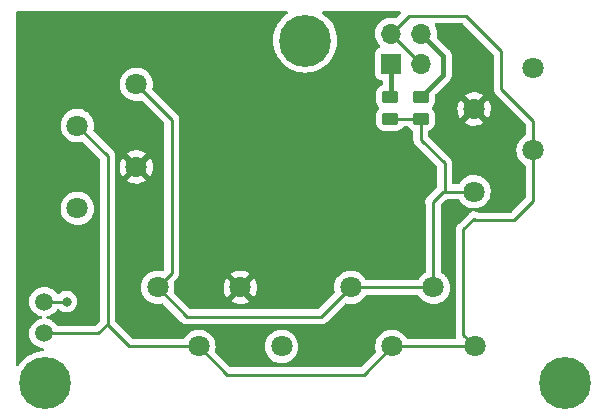
<source format=gbr>
%TF.GenerationSoftware,KiCad,Pcbnew,(6.0.8-1)-1*%
%TF.CreationDate,2022-12-26T11:19:24-06:00*%
%TF.ProjectId,CAN Distribution Board With Power v2,43414e20-4469-4737-9472-69627574696f,rev?*%
%TF.SameCoordinates,Original*%
%TF.FileFunction,Copper,L1,Top*%
%TF.FilePolarity,Positive*%
%FSLAX46Y46*%
G04 Gerber Fmt 4.6, Leading zero omitted, Abs format (unit mm)*
G04 Created by KiCad (PCBNEW (6.0.8-1)-1) date 2022-12-26 11:19:24*
%MOMM*%
%LPD*%
G01*
G04 APERTURE LIST*
G04 Aperture macros list*
%AMRoundRect*
0 Rectangle with rounded corners*
0 $1 Rounding radius*
0 $2 $3 $4 $5 $6 $7 $8 $9 X,Y pos of 4 corners*
0 Add a 4 corners polygon primitive as box body*
4,1,4,$2,$3,$4,$5,$6,$7,$8,$9,$2,$3,0*
0 Add four circle primitives for the rounded corners*
1,1,$1+$1,$2,$3*
1,1,$1+$1,$4,$5*
1,1,$1+$1,$6,$7*
1,1,$1+$1,$8,$9*
0 Add four rect primitives between the rounded corners*
20,1,$1+$1,$2,$3,$4,$5,0*
20,1,$1+$1,$4,$5,$6,$7,0*
20,1,$1+$1,$6,$7,$8,$9,0*
20,1,$1+$1,$8,$9,$2,$3,0*%
G04 Aperture macros list end*
%TA.AperFunction,SMDPad,CuDef*%
%ADD10RoundRect,0.250000X0.450000X-0.262500X0.450000X0.262500X-0.450000X0.262500X-0.450000X-0.262500X0*%
%TD*%
%TA.AperFunction,ComponentPad*%
%ADD11C,1.800000*%
%TD*%
%TA.AperFunction,SMDPad,CuDef*%
%ADD12C,1.500000*%
%TD*%
%TA.AperFunction,ComponentPad*%
%ADD13C,4.400000*%
%TD*%
%TA.AperFunction,ComponentPad*%
%ADD14R,1.700000X1.700000*%
%TD*%
%TA.AperFunction,ComponentPad*%
%ADD15O,1.700000X1.700000*%
%TD*%
%TA.AperFunction,ViaPad*%
%ADD16C,0.800000*%
%TD*%
%TA.AperFunction,Conductor*%
%ADD17C,0.400000*%
%TD*%
%TA.AperFunction,Conductor*%
%ADD18C,0.250000*%
%TD*%
G04 APERTURE END LIST*
D10*
%TO.P,R1,1*%
%TO.N,/CAN_H*%
X126200000Y-94712500D03*
%TO.P,R1,2*%
%TO.N,Net-(J1-Pad1)*%
X126200000Y-92887500D03*
%TD*%
D11*
%TO.P,X3,1,A*%
%TO.N,/CAN_H*%
X122850000Y-109005000D03*
%TO.P,X3,2,B*%
%TO.N,/CAN_L*%
X126350000Y-114005000D03*
%TO.P,X3,3,C*%
%TO.N,/CAN_H*%
X129850000Y-109005000D03*
%TO.P,X3,4,D*%
%TO.N,/CAN_L*%
X133350000Y-114005000D03*
%TD*%
%TO.P,X2,1,A*%
%TO.N,/CAN_H*%
X106500000Y-109005000D03*
%TO.P,X2,2,B*%
%TO.N,/CAN_L*%
X110000000Y-114005000D03*
%TO.P,X2,3,C*%
%TO.N,+BATT*%
X113500000Y-109005000D03*
%TO.P,X2,4,D*%
%TO.N,GND*%
X117000000Y-114005000D03*
%TD*%
%TO.P,X1,1,A*%
%TO.N,/CAN_H*%
X104700000Y-91800000D03*
%TO.P,X1,2,B*%
%TO.N,/CAN_L*%
X99700000Y-95300000D03*
%TO.P,X1,3,C*%
%TO.N,+BATT*%
X104700000Y-98800000D03*
%TO.P,X1,4,D*%
%TO.N,GND*%
X99700000Y-102300000D03*
%TD*%
%TO.P,X4,1,A*%
%TO.N,/CAN_H*%
X133300000Y-100900000D03*
%TO.P,X4,2,B*%
%TO.N,/CAN_L*%
X138300000Y-97400000D03*
%TO.P,X4,3,C*%
%TO.N,+BATT*%
X133300000Y-93900000D03*
%TO.P,X4,4,D*%
%TO.N,GND*%
X138300000Y-90400000D03*
%TD*%
D12*
%TO.P,TP1,1,1*%
%TO.N,/CAN_H*%
X96900000Y-110200000D03*
%TD*%
D13*
%TO.P,H2,1,1*%
%TO.N,unconnected-(H2-Pad1)*%
X141000000Y-117100000D03*
%TD*%
D14*
%TO.P,J1,1,Pin_1*%
%TO.N,Net-(J1-Pad1)*%
X126260000Y-90062500D03*
D15*
%TO.P,J1,2,Pin_2*%
%TO.N,/CAN_L*%
X126260000Y-87522500D03*
%TO.P,J1,3,Pin_3*%
X128800000Y-90062500D03*
%TO.P,J1,4,Pin_4*%
%TO.N,Net-(J1-Pad4)*%
X128800000Y-87522500D03*
%TD*%
D13*
%TO.P,H1,1,1*%
%TO.N,unconnected-(H1-Pad1)*%
X119000000Y-88100000D03*
%TD*%
D10*
%TO.P,R2,1*%
%TO.N,/CAN_H*%
X128800000Y-94712500D03*
%TO.P,R2,2*%
%TO.N,Net-(J1-Pad4)*%
X128800000Y-92887500D03*
%TD*%
D13*
%TO.P,H3,1,1*%
%TO.N,unconnected-(H3-Pad1)*%
X97000000Y-117100000D03*
%TD*%
D12*
%TO.P,TP2,1,1*%
%TO.N,/CAN_L*%
X96900000Y-112900000D03*
%TD*%
D16*
%TO.N,/CAN_H*%
X98800000Y-110200000D03*
%TD*%
D17*
%TO.N,Net-(J1-Pad1)*%
X126260000Y-92827500D02*
X126260000Y-90062500D01*
D18*
X126200000Y-92887500D02*
X126260000Y-92827500D01*
%TO.N,/CAN_L*%
X135600000Y-92200000D02*
X138300000Y-94900000D01*
X127782500Y-86000000D02*
X132600000Y-86000000D01*
X138300000Y-94900000D02*
X138300000Y-97400000D01*
X126350000Y-114005000D02*
X133350000Y-114005000D01*
X102300000Y-97900000D02*
X102300000Y-112100000D01*
X135600000Y-89000000D02*
X135600000Y-92200000D01*
X102300000Y-112200000D02*
X104105000Y-114005000D01*
X132400000Y-104100000D02*
X132400000Y-113055000D01*
X101500000Y-112900000D02*
X102300000Y-112100000D01*
X138300000Y-101700000D02*
X136700000Y-103300000D01*
X136700000Y-103300000D02*
X133400000Y-103300000D01*
X123955000Y-116400000D02*
X126350000Y-114005000D01*
X133300000Y-103200000D02*
X132400000Y-104100000D01*
X104105000Y-114005000D02*
X110000000Y-114005000D01*
X99700000Y-95300000D02*
X102300000Y-97900000D01*
X110000000Y-114005000D02*
X112395000Y-116400000D01*
X102300000Y-112100000D02*
X102300000Y-112200000D01*
X126260000Y-87522500D02*
X128800000Y-90062500D01*
X133400000Y-103300000D02*
X133300000Y-103200000D01*
X96900000Y-112900000D02*
X101500000Y-112900000D01*
X132600000Y-86000000D02*
X135600000Y-89000000D01*
X112395000Y-116400000D02*
X123955000Y-116400000D01*
X126260000Y-87522500D02*
X127782500Y-86000000D01*
X138300000Y-97400000D02*
X138300000Y-101700000D01*
X132400000Y-113055000D02*
X133350000Y-114005000D01*
D17*
%TO.N,Net-(J1-Pad4)*%
X130700000Y-89422500D02*
X128800000Y-87522500D01*
X128800000Y-92887500D02*
X130700000Y-90987500D01*
X130700000Y-90987500D02*
X130700000Y-89422500D01*
D18*
%TO.N,/CAN_H*%
X130800000Y-100900000D02*
X130700000Y-100900000D01*
X129850000Y-101850000D02*
X129850000Y-109005000D01*
X133300000Y-100900000D02*
X130800000Y-100900000D01*
X122850000Y-109005000D02*
X129850000Y-109005000D01*
X130700000Y-100900000D02*
X129800000Y-101800000D01*
X106500000Y-109005000D02*
X107700000Y-107805000D01*
X108995000Y-111500000D02*
X120355000Y-111500000D01*
X107700000Y-107805000D02*
X107700000Y-94800000D01*
X128800000Y-94712500D02*
X128800000Y-96500000D01*
X126200000Y-94712500D02*
X128800000Y-94712500D01*
X96900000Y-110200000D02*
X98800000Y-110200000D01*
X130800000Y-98500000D02*
X130800000Y-100900000D01*
X128800000Y-96500000D02*
X130800000Y-98500000D01*
X120355000Y-111500000D02*
X122850000Y-109005000D01*
X107700000Y-94800000D02*
X104700000Y-91800000D01*
X106500000Y-109005000D02*
X108995000Y-111500000D01*
X129800000Y-101800000D02*
X129850000Y-101850000D01*
%TD*%
%TA.AperFunction,Conductor*%
%TO.N,+BATT*%
G36*
X117500316Y-85628502D02*
G01*
X117546809Y-85682158D01*
X117556913Y-85752432D01*
X117527419Y-85817012D01*
X117496618Y-85842785D01*
X117478074Y-85853817D01*
X117478068Y-85853821D01*
X117474814Y-85855757D01*
X117216244Y-86055243D01*
X116983513Y-86284347D01*
X116981149Y-86287314D01*
X116981146Y-86287317D01*
X116913576Y-86372112D01*
X116779991Y-86539751D01*
X116608626Y-86817757D01*
X116582701Y-86873992D01*
X116483942Y-87088220D01*
X116471902Y-87114336D01*
X116470741Y-87117940D01*
X116470741Y-87117941D01*
X116462196Y-87144477D01*
X116371797Y-87425192D01*
X116371079Y-87428903D01*
X116371078Y-87428907D01*
X116310482Y-87742105D01*
X116310481Y-87742114D01*
X116309763Y-87745824D01*
X116286698Y-88071585D01*
X116286887Y-88075377D01*
X116299443Y-88327588D01*
X116302936Y-88397759D01*
X116303577Y-88401490D01*
X116303578Y-88401498D01*
X116356797Y-88711213D01*
X116358241Y-88719619D01*
X116359329Y-88723258D01*
X116359330Y-88723261D01*
X116449615Y-89025150D01*
X116451814Y-89032504D01*
X116453327Y-89035975D01*
X116453329Y-89035981D01*
X116487997Y-89115522D01*
X116582297Y-89331881D01*
X116584220Y-89335152D01*
X116584222Y-89335156D01*
X116626584Y-89407215D01*
X116747802Y-89613414D01*
X116750103Y-89616429D01*
X116943631Y-89870012D01*
X116943636Y-89870017D01*
X116945931Y-89873025D01*
X117173814Y-90106953D01*
X117246635Y-90165607D01*
X117425196Y-90309431D01*
X117425201Y-90309435D01*
X117428149Y-90311809D01*
X117705253Y-90484627D01*
X118001112Y-90622903D01*
X118004721Y-90624086D01*
X118216601Y-90693544D01*
X118311440Y-90724634D01*
X118631742Y-90788346D01*
X118635514Y-90788633D01*
X118635522Y-90788634D01*
X118953602Y-90812829D01*
X118953607Y-90812829D01*
X118957379Y-90813116D01*
X119283633Y-90798586D01*
X119343425Y-90788634D01*
X119602037Y-90745590D01*
X119602042Y-90745589D01*
X119605778Y-90744967D01*
X119919149Y-90653034D01*
X119922616Y-90651544D01*
X119922620Y-90651543D01*
X120215721Y-90525616D01*
X120215723Y-90525615D01*
X120219205Y-90524119D01*
X120501601Y-90360091D01*
X120762245Y-90163324D01*
X120879804Y-90049997D01*
X120994632Y-89939303D01*
X120994635Y-89939300D01*
X120997363Y-89936670D01*
X121080601Y-89834429D01*
X121201155Y-89686351D01*
X121201158Y-89686347D01*
X121203549Y-89683410D01*
X121249776Y-89610144D01*
X121375788Y-89410428D01*
X121375790Y-89410425D01*
X121377815Y-89407215D01*
X121395361Y-89370181D01*
X121474067Y-89204052D01*
X121517638Y-89112084D01*
X121523171Y-89095499D01*
X121619790Y-88805897D01*
X121619792Y-88805891D01*
X121620992Y-88802293D01*
X121686381Y-88482329D01*
X121692956Y-88401498D01*
X121712674Y-88159061D01*
X121712856Y-88156826D01*
X121713451Y-88100000D01*
X121711510Y-88067796D01*
X121694026Y-87777793D01*
X121694026Y-87777789D01*
X121693798Y-87774015D01*
X121688650Y-87745824D01*
X121635805Y-87456473D01*
X121635804Y-87456469D01*
X121635125Y-87452751D01*
X121627722Y-87428907D01*
X121539404Y-87144477D01*
X121538282Y-87140863D01*
X121404670Y-86842869D01*
X121236226Y-86563084D01*
X121233899Y-86560100D01*
X121233894Y-86560093D01*
X121037726Y-86308558D01*
X121037724Y-86308556D01*
X121035390Y-86305563D01*
X120805070Y-86074034D01*
X120548603Y-85871852D01*
X120522184Y-85855757D01*
X120499774Y-85842105D01*
X120452005Y-85789582D01*
X120440216Y-85719571D01*
X120468148Y-85654300D01*
X120526934Y-85614492D01*
X120565328Y-85608500D01*
X126973905Y-85608500D01*
X127042026Y-85628502D01*
X127088519Y-85682158D01*
X127098623Y-85752432D01*
X127069129Y-85817012D01*
X127063000Y-85823596D01*
X126717344Y-86169251D01*
X126655032Y-86203276D01*
X126606153Y-86204202D01*
X126393373Y-86166300D01*
X126393367Y-86166299D01*
X126388284Y-86165394D01*
X126314452Y-86164492D01*
X126170081Y-86162728D01*
X126170079Y-86162728D01*
X126164911Y-86162665D01*
X125944091Y-86196455D01*
X125731756Y-86265857D01*
X125533607Y-86369007D01*
X125529474Y-86372110D01*
X125529471Y-86372112D01*
X125359100Y-86500030D01*
X125354965Y-86503135D01*
X125351393Y-86506873D01*
X125219353Y-86645045D01*
X125200629Y-86664638D01*
X125074743Y-86849180D01*
X124980688Y-87051805D01*
X124920989Y-87267070D01*
X124897251Y-87489195D01*
X124897548Y-87494348D01*
X124897548Y-87494351D01*
X124903011Y-87589090D01*
X124910110Y-87712215D01*
X124911247Y-87717261D01*
X124911248Y-87717267D01*
X124924037Y-87774015D01*
X124959222Y-87930139D01*
X125043266Y-88137116D01*
X125159987Y-88327588D01*
X125306250Y-88496438D01*
X125310230Y-88499742D01*
X125314981Y-88503687D01*
X125354616Y-88562590D01*
X125356113Y-88633571D01*
X125318997Y-88694093D01*
X125278725Y-88718612D01*
X125266324Y-88723261D01*
X125163295Y-88761885D01*
X125046739Y-88849239D01*
X124959385Y-88965795D01*
X124908255Y-89102184D01*
X124901500Y-89164366D01*
X124901500Y-90960634D01*
X124908255Y-91022816D01*
X124959385Y-91159205D01*
X125046739Y-91275761D01*
X125163295Y-91363115D01*
X125299684Y-91414245D01*
X125361866Y-91421000D01*
X125425500Y-91421000D01*
X125493621Y-91441002D01*
X125540114Y-91494658D01*
X125551500Y-91547000D01*
X125551500Y-91800807D01*
X125531498Y-91868928D01*
X125477842Y-91915421D01*
X125465377Y-91920330D01*
X125433007Y-91931130D01*
X125433005Y-91931131D01*
X125426054Y-91933450D01*
X125275652Y-92026522D01*
X125150695Y-92151697D01*
X125146855Y-92157927D01*
X125146854Y-92157928D01*
X125095052Y-92241967D01*
X125057885Y-92302262D01*
X125055581Y-92309209D01*
X125005428Y-92460417D01*
X125002203Y-92470139D01*
X125001503Y-92476975D01*
X125001502Y-92476978D01*
X124999722Y-92494350D01*
X124991500Y-92574600D01*
X124991500Y-93200400D01*
X124991837Y-93203646D01*
X124991837Y-93203650D01*
X125000208Y-93284322D01*
X125002474Y-93306166D01*
X125058450Y-93473946D01*
X125151522Y-93624348D01*
X125156704Y-93629521D01*
X125238109Y-93710784D01*
X125272188Y-93773066D01*
X125267185Y-93843886D01*
X125238264Y-93888975D01*
X125223900Y-93903364D01*
X125150695Y-93976697D01*
X125146855Y-93982927D01*
X125146854Y-93982928D01*
X125073665Y-94101663D01*
X125057885Y-94127262D01*
X125055581Y-94134209D01*
X125010943Y-94268790D01*
X125002203Y-94295139D01*
X124991500Y-94399600D01*
X124991500Y-95025400D01*
X124991837Y-95028646D01*
X124991837Y-95028650D01*
X125000884Y-95115838D01*
X125002474Y-95131166D01*
X125004655Y-95137702D01*
X125004655Y-95137704D01*
X125017423Y-95175974D01*
X125058450Y-95298946D01*
X125151522Y-95449348D01*
X125276697Y-95574305D01*
X125282927Y-95578145D01*
X125282928Y-95578146D01*
X125420090Y-95662694D01*
X125427262Y-95667115D01*
X125480168Y-95684663D01*
X125588611Y-95720632D01*
X125588613Y-95720632D01*
X125595139Y-95722797D01*
X125601975Y-95723497D01*
X125601978Y-95723498D01*
X125640337Y-95727428D01*
X125699600Y-95733500D01*
X126700400Y-95733500D01*
X126703646Y-95733163D01*
X126703650Y-95733163D01*
X126799308Y-95723238D01*
X126799312Y-95723237D01*
X126806166Y-95722526D01*
X126812702Y-95720345D01*
X126812704Y-95720345D01*
X126964597Y-95669669D01*
X126973946Y-95666550D01*
X127124348Y-95573478D01*
X127249305Y-95448303D01*
X127253148Y-95442069D01*
X127275454Y-95405883D01*
X127328226Y-95358390D01*
X127382713Y-95346000D01*
X127617366Y-95346000D01*
X127685487Y-95366002D01*
X127724509Y-95405696D01*
X127751522Y-95449348D01*
X127876697Y-95574305D01*
X127882927Y-95578145D01*
X127882928Y-95578146D01*
X128020090Y-95662694D01*
X128027262Y-95667115D01*
X128080168Y-95684663D01*
X128138527Y-95725094D01*
X128165764Y-95790658D01*
X128166500Y-95804256D01*
X128166500Y-96421233D01*
X128165973Y-96432416D01*
X128164298Y-96439909D01*
X128164547Y-96447835D01*
X128164547Y-96447836D01*
X128166438Y-96507986D01*
X128166500Y-96511945D01*
X128166500Y-96539856D01*
X128166997Y-96543790D01*
X128166997Y-96543791D01*
X128167005Y-96543856D01*
X128167938Y-96555693D01*
X128169327Y-96599889D01*
X128174978Y-96619339D01*
X128178987Y-96638700D01*
X128181526Y-96658797D01*
X128184445Y-96666168D01*
X128184445Y-96666170D01*
X128197804Y-96699912D01*
X128201649Y-96711142D01*
X128207747Y-96732131D01*
X128213982Y-96753593D01*
X128218015Y-96760412D01*
X128218017Y-96760417D01*
X128224293Y-96771028D01*
X128232988Y-96788776D01*
X128240448Y-96807617D01*
X128245110Y-96814033D01*
X128245110Y-96814034D01*
X128266436Y-96843387D01*
X128272952Y-96853307D01*
X128295458Y-96891362D01*
X128309779Y-96905683D01*
X128322619Y-96920716D01*
X128334528Y-96937107D01*
X128349562Y-96949544D01*
X128368605Y-96965298D01*
X128377384Y-96973288D01*
X130129595Y-98725500D01*
X130163621Y-98787812D01*
X130166500Y-98814595D01*
X130166500Y-100485405D01*
X130146498Y-100553526D01*
X130129595Y-100574500D01*
X129402815Y-101301280D01*
X129384547Y-101316395D01*
X129377729Y-101321028D01*
X129372485Y-101326976D01*
X129372484Y-101326977D01*
X129340589Y-101363155D01*
X129335170Y-101368925D01*
X129323865Y-101380230D01*
X129321435Y-101383363D01*
X129314057Y-101392874D01*
X129309012Y-101398972D01*
X129277122Y-101435144D01*
X129271880Y-101441090D01*
X129268281Y-101448154D01*
X129268280Y-101448155D01*
X129268140Y-101448429D01*
X129255434Y-101468450D01*
X129255248Y-101468690D01*
X129255246Y-101468694D01*
X129250386Y-101474959D01*
X129247236Y-101482238D01*
X129228079Y-101526507D01*
X129224722Y-101533642D01*
X129199215Y-101583704D01*
X129197417Y-101591749D01*
X129190091Y-101614294D01*
X129186819Y-101621855D01*
X129184441Y-101636868D01*
X129178033Y-101677326D01*
X129176549Y-101685101D01*
X129164298Y-101739909D01*
X129164547Y-101747832D01*
X129164547Y-101747833D01*
X129164557Y-101748141D01*
X129163067Y-101771815D01*
X129161780Y-101779943D01*
X129162526Y-101787835D01*
X129162526Y-101787836D01*
X129167065Y-101835858D01*
X129167562Y-101843755D01*
X129167744Y-101849544D01*
X129169327Y-101899889D01*
X129171539Y-101907501D01*
X129171624Y-101907794D01*
X129176068Y-101931094D01*
X129176843Y-101939292D01*
X129190005Y-101975850D01*
X129195871Y-101992144D01*
X129198314Y-101999664D01*
X129210121Y-102040301D01*
X129211497Y-102045038D01*
X129216500Y-102080191D01*
X129216500Y-107670319D01*
X129196498Y-107738440D01*
X129148679Y-107782083D01*
X129096872Y-107809052D01*
X129092737Y-107812157D01*
X129092734Y-107812159D01*
X128923164Y-107939476D01*
X128911655Y-107948117D01*
X128751639Y-108115564D01*
X128748725Y-108119836D01*
X128748724Y-108119837D01*
X128624036Y-108302623D01*
X128621119Y-108306899D01*
X128620403Y-108308442D01*
X128570086Y-108357090D01*
X128511574Y-108371500D01*
X124186359Y-108371500D01*
X124118238Y-108351498D01*
X124080567Y-108313940D01*
X123972574Y-108147009D01*
X123969764Y-108142665D01*
X123951657Y-108122765D01*
X123876401Y-108040060D01*
X123813887Y-107971358D01*
X123809836Y-107968159D01*
X123809832Y-107968155D01*
X123636177Y-107831011D01*
X123636172Y-107831008D01*
X123632123Y-107827810D01*
X123627607Y-107825317D01*
X123627604Y-107825315D01*
X123433879Y-107718373D01*
X123433875Y-107718371D01*
X123429355Y-107715876D01*
X123424486Y-107714152D01*
X123424482Y-107714150D01*
X123215903Y-107640288D01*
X123215899Y-107640287D01*
X123211028Y-107638562D01*
X123205935Y-107637655D01*
X123205932Y-107637654D01*
X122988095Y-107598851D01*
X122988089Y-107598850D01*
X122983006Y-107597945D01*
X122910096Y-107597054D01*
X122756581Y-107595179D01*
X122756579Y-107595179D01*
X122751411Y-107595116D01*
X122522464Y-107630150D01*
X122302314Y-107702106D01*
X122297726Y-107704494D01*
X122297722Y-107704496D01*
X122149401Y-107781707D01*
X122096872Y-107809052D01*
X122092739Y-107812155D01*
X122092736Y-107812157D01*
X121915790Y-107945012D01*
X121911655Y-107948117D01*
X121751639Y-108115564D01*
X121748725Y-108119836D01*
X121748724Y-108119837D01*
X121733152Y-108142665D01*
X121621119Y-108306899D01*
X121523602Y-108516981D01*
X121461707Y-108740169D01*
X121437095Y-108970469D01*
X121437392Y-108975622D01*
X121437392Y-108975625D01*
X121450129Y-109196529D01*
X121450427Y-109201697D01*
X121451566Y-109206749D01*
X121451566Y-109206752D01*
X121491623Y-109384500D01*
X121487087Y-109455351D01*
X121457801Y-109501295D01*
X120792689Y-110166406D01*
X120129500Y-110829595D01*
X120067188Y-110863621D01*
X120040405Y-110866500D01*
X109309594Y-110866500D01*
X109241473Y-110846498D01*
X109220499Y-110829595D01*
X108557310Y-110166406D01*
X112703423Y-110166406D01*
X112708704Y-110173461D01*
X112885080Y-110276527D01*
X112894363Y-110280974D01*
X113101003Y-110359883D01*
X113110901Y-110362759D01*
X113327653Y-110406857D01*
X113337883Y-110408076D01*
X113558914Y-110416182D01*
X113569223Y-110415714D01*
X113788623Y-110387608D01*
X113798688Y-110385468D01*
X114010557Y-110321905D01*
X114020152Y-110318144D01*
X114218778Y-110220838D01*
X114227636Y-110215559D01*
X114285097Y-110174572D01*
X114293497Y-110163874D01*
X114286510Y-110150721D01*
X113512811Y-109377021D01*
X113498868Y-109369408D01*
X113497034Y-109369539D01*
X113490420Y-109373790D01*
X112710180Y-110154031D01*
X112703423Y-110166406D01*
X108557310Y-110166406D01*
X107891299Y-109500395D01*
X107857273Y-109438083D01*
X107859836Y-109374671D01*
X107861396Y-109369539D01*
X107881408Y-109303671D01*
X107911640Y-109074041D01*
X107913093Y-109014580D01*
X107913245Y-109008365D01*
X107913245Y-109008361D01*
X107913327Y-109005000D01*
X107910913Y-108975638D01*
X112087893Y-108975638D01*
X112100627Y-109196468D01*
X112102061Y-109206670D01*
X112150685Y-109422439D01*
X112153773Y-109432292D01*
X112236986Y-109637220D01*
X112241634Y-109646421D01*
X112330097Y-109790781D01*
X112340553Y-109800242D01*
X112349331Y-109796458D01*
X113127979Y-109017811D01*
X113134356Y-109006132D01*
X113864408Y-109006132D01*
X113864539Y-109007966D01*
X113868790Y-109014580D01*
X114646307Y-109792096D01*
X114658313Y-109798652D01*
X114670052Y-109789684D01*
X114708010Y-109736859D01*
X114713321Y-109728020D01*
X114811318Y-109529737D01*
X114815117Y-109520142D01*
X114879415Y-109308517D01*
X114881594Y-109298436D01*
X114910702Y-109077338D01*
X114911221Y-109070663D01*
X114912744Y-109008364D01*
X114912550Y-109001646D01*
X114894279Y-108779400D01*
X114892596Y-108769238D01*
X114838710Y-108554708D01*
X114835389Y-108544953D01*
X114747193Y-108342118D01*
X114742315Y-108333020D01*
X114669224Y-108220038D01*
X114658538Y-108210835D01*
X114648973Y-108215238D01*
X113872021Y-108992189D01*
X113864408Y-109006132D01*
X113134356Y-109006132D01*
X113135592Y-109003868D01*
X113135461Y-109002034D01*
X113131210Y-108995420D01*
X112353862Y-108218073D01*
X112342330Y-108211776D01*
X112330048Y-108221399D01*
X112274467Y-108302877D01*
X112269379Y-108311833D01*
X112176252Y-108512459D01*
X112172689Y-108522146D01*
X112113581Y-108735280D01*
X112111650Y-108745400D01*
X112088145Y-108965349D01*
X112087893Y-108975638D01*
X107910913Y-108975638D01*
X107894349Y-108774167D01*
X107858026Y-108629560D01*
X107860830Y-108558618D01*
X107891135Y-108509769D01*
X108092247Y-108308657D01*
X108100537Y-108301113D01*
X108107018Y-108297000D01*
X108153659Y-108247332D01*
X108156413Y-108244491D01*
X108176134Y-108224770D01*
X108178612Y-108221575D01*
X108186318Y-108212553D01*
X108211158Y-108186101D01*
X108216586Y-108180321D01*
X108226346Y-108162568D01*
X108237199Y-108146045D01*
X108244753Y-108136306D01*
X108249613Y-108130041D01*
X108267176Y-108089457D01*
X108272383Y-108078827D01*
X108293695Y-108040060D01*
X108295666Y-108032383D01*
X108295668Y-108032378D01*
X108298732Y-108020442D01*
X108305138Y-108001730D01*
X108310033Y-107990419D01*
X108313181Y-107983145D01*
X108314421Y-107975317D01*
X108314423Y-107975310D01*
X108320099Y-107939476D01*
X108322505Y-107927856D01*
X108331528Y-107892711D01*
X108331528Y-107892710D01*
X108333500Y-107885030D01*
X108333500Y-107864776D01*
X108335000Y-107845711D01*
X112705508Y-107845711D01*
X112712251Y-107858040D01*
X113487189Y-108632979D01*
X113501132Y-108640592D01*
X113502966Y-108640461D01*
X113509580Y-108636210D01*
X114288994Y-107856795D01*
X114296011Y-107843944D01*
X114288237Y-107833274D01*
X114285902Y-107831430D01*
X114277320Y-107825729D01*
X114083678Y-107718833D01*
X114074272Y-107714606D01*
X113865772Y-107640772D01*
X113855809Y-107638140D01*
X113638047Y-107599350D01*
X113627796Y-107598381D01*
X113406616Y-107595679D01*
X113396332Y-107596399D01*
X113177693Y-107629855D01*
X113167666Y-107632244D01*
X112957426Y-107700961D01*
X112947916Y-107704958D01*
X112751725Y-107807089D01*
X112743007Y-107812578D01*
X112713961Y-107834386D01*
X112705508Y-107845711D01*
X108335000Y-107845711D01*
X108335051Y-107845065D01*
X108336980Y-107832886D01*
X108338220Y-107825057D01*
X108334059Y-107781038D01*
X108333500Y-107769181D01*
X108333500Y-94878768D01*
X108334027Y-94867585D01*
X108335702Y-94860092D01*
X108335371Y-94849544D01*
X108333562Y-94792002D01*
X108333500Y-94788044D01*
X108333500Y-94760144D01*
X108332996Y-94756153D01*
X108332063Y-94744311D01*
X108331966Y-94741203D01*
X108330674Y-94700111D01*
X108325021Y-94680652D01*
X108321012Y-94661293D01*
X108320846Y-94659983D01*
X108318474Y-94641203D01*
X108315558Y-94633837D01*
X108315556Y-94633831D01*
X108302200Y-94600098D01*
X108298355Y-94588868D01*
X108288230Y-94554017D01*
X108288230Y-94554016D01*
X108286019Y-94546407D01*
X108275705Y-94528966D01*
X108267008Y-94511213D01*
X108262472Y-94499758D01*
X108259552Y-94492383D01*
X108233563Y-94456612D01*
X108227047Y-94446692D01*
X108204542Y-94408638D01*
X108190221Y-94394317D01*
X108177380Y-94379283D01*
X108170131Y-94369306D01*
X108165472Y-94362893D01*
X108131395Y-94334702D01*
X108122616Y-94326712D01*
X106091299Y-92295395D01*
X106057273Y-92233083D01*
X106059836Y-92169671D01*
X106063723Y-92156880D01*
X106081408Y-92098671D01*
X106111640Y-91869041D01*
X106111722Y-91865691D01*
X106113245Y-91803365D01*
X106113245Y-91803361D01*
X106113327Y-91800000D01*
X106106225Y-91713616D01*
X106094773Y-91574318D01*
X106094772Y-91574312D01*
X106094349Y-91569167D01*
X106057797Y-91423646D01*
X106039184Y-91349544D01*
X106039183Y-91349540D01*
X106037925Y-91344533D01*
X106035866Y-91339797D01*
X105947630Y-91136868D01*
X105947628Y-91136865D01*
X105945570Y-91132131D01*
X105819764Y-90937665D01*
X105663887Y-90766358D01*
X105659836Y-90763159D01*
X105659832Y-90763155D01*
X105486177Y-90626011D01*
X105486172Y-90626008D01*
X105482123Y-90622810D01*
X105477607Y-90620317D01*
X105477604Y-90620315D01*
X105283879Y-90513373D01*
X105283875Y-90513371D01*
X105279355Y-90510876D01*
X105274486Y-90509152D01*
X105274482Y-90509150D01*
X105065903Y-90435288D01*
X105065899Y-90435287D01*
X105061028Y-90433562D01*
X105055935Y-90432655D01*
X105055932Y-90432654D01*
X104838095Y-90393851D01*
X104838089Y-90393850D01*
X104833006Y-90392945D01*
X104760096Y-90392054D01*
X104606581Y-90390179D01*
X104606579Y-90390179D01*
X104601411Y-90390116D01*
X104372464Y-90425150D01*
X104152314Y-90497106D01*
X104147726Y-90499494D01*
X104147722Y-90499496D01*
X103961001Y-90596697D01*
X103946872Y-90604052D01*
X103942739Y-90607155D01*
X103942736Y-90607157D01*
X103772981Y-90734613D01*
X103761655Y-90743117D01*
X103601639Y-90910564D01*
X103598725Y-90914836D01*
X103598724Y-90914837D01*
X103565970Y-90962853D01*
X103471119Y-91101899D01*
X103373602Y-91311981D01*
X103311707Y-91535169D01*
X103287095Y-91765469D01*
X103287392Y-91770622D01*
X103287392Y-91770625D01*
X103296647Y-91931132D01*
X103300427Y-91996697D01*
X103301564Y-92001743D01*
X103301565Y-92001749D01*
X103306962Y-92025695D01*
X103351346Y-92222642D01*
X103353288Y-92227424D01*
X103353289Y-92227428D01*
X103423328Y-92399912D01*
X103438484Y-92437237D01*
X103559501Y-92634719D01*
X103711147Y-92809784D01*
X103889349Y-92957730D01*
X104089322Y-93074584D01*
X104305694Y-93157209D01*
X104310760Y-93158240D01*
X104310761Y-93158240D01*
X104315401Y-93159184D01*
X104532656Y-93203385D01*
X104663324Y-93208176D01*
X104758949Y-93211683D01*
X104758953Y-93211683D01*
X104764113Y-93211872D01*
X104769233Y-93211216D01*
X104769235Y-93211216D01*
X104988719Y-93183099D01*
X104988720Y-93183099D01*
X104993847Y-93182442D01*
X104998798Y-93180957D01*
X104998801Y-93180956D01*
X105069985Y-93159600D01*
X105140980Y-93159184D01*
X105195287Y-93191191D01*
X107029595Y-95025499D01*
X107063621Y-95087811D01*
X107066500Y-95114594D01*
X107066500Y-107490405D01*
X107046498Y-107558526D01*
X107029595Y-107579500D01*
X106998112Y-107610983D01*
X106935800Y-107645009D01*
X106871087Y-107640924D01*
X106870906Y-107641610D01*
X106867437Y-107640694D01*
X106866967Y-107640664D01*
X106865914Y-107640291D01*
X106865900Y-107640287D01*
X106861028Y-107638562D01*
X106855935Y-107637655D01*
X106855932Y-107637654D01*
X106638095Y-107598851D01*
X106638089Y-107598850D01*
X106633006Y-107597945D01*
X106560096Y-107597054D01*
X106406581Y-107595179D01*
X106406579Y-107595179D01*
X106401411Y-107595116D01*
X106172464Y-107630150D01*
X105952314Y-107702106D01*
X105947726Y-107704494D01*
X105947722Y-107704496D01*
X105799401Y-107781707D01*
X105746872Y-107809052D01*
X105742739Y-107812155D01*
X105742736Y-107812157D01*
X105565790Y-107945012D01*
X105561655Y-107948117D01*
X105401639Y-108115564D01*
X105398725Y-108119836D01*
X105398724Y-108119837D01*
X105383152Y-108142665D01*
X105271119Y-108306899D01*
X105173602Y-108516981D01*
X105111707Y-108740169D01*
X105087095Y-108970469D01*
X105087392Y-108975622D01*
X105087392Y-108975625D01*
X105100129Y-109196529D01*
X105100427Y-109201697D01*
X105101564Y-109206743D01*
X105101565Y-109206749D01*
X105124524Y-109308624D01*
X105151346Y-109427642D01*
X105153288Y-109432424D01*
X105153289Y-109432428D01*
X105193096Y-109530460D01*
X105238484Y-109642237D01*
X105359501Y-109839719D01*
X105511147Y-110014784D01*
X105689349Y-110162730D01*
X105889322Y-110279584D01*
X106105694Y-110362209D01*
X106110760Y-110363240D01*
X106110761Y-110363240D01*
X106117446Y-110364600D01*
X106332656Y-110408385D01*
X106463324Y-110413176D01*
X106558949Y-110416683D01*
X106558953Y-110416683D01*
X106564113Y-110416872D01*
X106569233Y-110416216D01*
X106569235Y-110416216D01*
X106788719Y-110388099D01*
X106788720Y-110388099D01*
X106793847Y-110387442D01*
X106798798Y-110385957D01*
X106798801Y-110385956D01*
X106869985Y-110364600D01*
X106940980Y-110364184D01*
X106995287Y-110396191D01*
X108491348Y-111892253D01*
X108498888Y-111900539D01*
X108503000Y-111907018D01*
X108508777Y-111912443D01*
X108552651Y-111953643D01*
X108555493Y-111956398D01*
X108575230Y-111976135D01*
X108578427Y-111978615D01*
X108587447Y-111986318D01*
X108619679Y-112016586D01*
X108626625Y-112020405D01*
X108626628Y-112020407D01*
X108637434Y-112026348D01*
X108653953Y-112037199D01*
X108669959Y-112049614D01*
X108677228Y-112052759D01*
X108677232Y-112052762D01*
X108710537Y-112067174D01*
X108721187Y-112072391D01*
X108759940Y-112093695D01*
X108767615Y-112095666D01*
X108767616Y-112095666D01*
X108779562Y-112098733D01*
X108798267Y-112105137D01*
X108816855Y-112113181D01*
X108824678Y-112114420D01*
X108824688Y-112114423D01*
X108860524Y-112120099D01*
X108872144Y-112122505D01*
X108903959Y-112130673D01*
X108914970Y-112133500D01*
X108935224Y-112133500D01*
X108954934Y-112135051D01*
X108974943Y-112138220D01*
X108982835Y-112137474D01*
X109001580Y-112135702D01*
X109018962Y-112134059D01*
X109030819Y-112133500D01*
X120276233Y-112133500D01*
X120287416Y-112134027D01*
X120294909Y-112135702D01*
X120302835Y-112135453D01*
X120302836Y-112135453D01*
X120362986Y-112133562D01*
X120366945Y-112133500D01*
X120394856Y-112133500D01*
X120398791Y-112133003D01*
X120398856Y-112132995D01*
X120410693Y-112132062D01*
X120442951Y-112131048D01*
X120446970Y-112130922D01*
X120454889Y-112130673D01*
X120474343Y-112125021D01*
X120493700Y-112121013D01*
X120505930Y-112119468D01*
X120505931Y-112119468D01*
X120513797Y-112118474D01*
X120521168Y-112115555D01*
X120521170Y-112115555D01*
X120554912Y-112102196D01*
X120566142Y-112098351D01*
X120600983Y-112088229D01*
X120600984Y-112088229D01*
X120608593Y-112086018D01*
X120615412Y-112081985D01*
X120615417Y-112081983D01*
X120626028Y-112075707D01*
X120643776Y-112067012D01*
X120662617Y-112059552D01*
X120698387Y-112033564D01*
X120708307Y-112027048D01*
X120739535Y-112008580D01*
X120739538Y-112008578D01*
X120746362Y-112004542D01*
X120760683Y-111990221D01*
X120775717Y-111977380D01*
X120785694Y-111970131D01*
X120792107Y-111965472D01*
X120820298Y-111931395D01*
X120828288Y-111922616D01*
X122352149Y-110398756D01*
X122414461Y-110364730D01*
X122466364Y-110364380D01*
X122536164Y-110378581D01*
X122682656Y-110408385D01*
X122813324Y-110413176D01*
X122908949Y-110416683D01*
X122908953Y-110416683D01*
X122914113Y-110416872D01*
X122919233Y-110416216D01*
X122919235Y-110416216D01*
X122992291Y-110406857D01*
X123143847Y-110387442D01*
X123148795Y-110385957D01*
X123148802Y-110385956D01*
X123360747Y-110322369D01*
X123365690Y-110320886D01*
X123447161Y-110280974D01*
X123569049Y-110221262D01*
X123569052Y-110221260D01*
X123573684Y-110218991D01*
X123762243Y-110084494D01*
X123926303Y-109921005D01*
X124061458Y-109732917D01*
X124073440Y-109708672D01*
X124121553Y-109656466D01*
X124186397Y-109638500D01*
X128515630Y-109638500D01*
X128583751Y-109658502D01*
X128623063Y-109698665D01*
X128679512Y-109790781D01*
X128709501Y-109839719D01*
X128861147Y-110014784D01*
X129039349Y-110162730D01*
X129239322Y-110279584D01*
X129455694Y-110362209D01*
X129460760Y-110363240D01*
X129460761Y-110363240D01*
X129467446Y-110364600D01*
X129682656Y-110408385D01*
X129813324Y-110413176D01*
X129908949Y-110416683D01*
X129908953Y-110416683D01*
X129914113Y-110416872D01*
X129919233Y-110416216D01*
X129919235Y-110416216D01*
X129992291Y-110406857D01*
X130143847Y-110387442D01*
X130148795Y-110385957D01*
X130148802Y-110385956D01*
X130360747Y-110322369D01*
X130365690Y-110320886D01*
X130447161Y-110280974D01*
X130569049Y-110221262D01*
X130569052Y-110221260D01*
X130573684Y-110218991D01*
X130762243Y-110084494D01*
X130926303Y-109921005D01*
X131061458Y-109732917D01*
X131063879Y-109728020D01*
X131161784Y-109529922D01*
X131161785Y-109529920D01*
X131164078Y-109525280D01*
X131231408Y-109303671D01*
X131261640Y-109074041D01*
X131263093Y-109014580D01*
X131263245Y-109008365D01*
X131263245Y-109008361D01*
X131263327Y-109005000D01*
X131257032Y-108928434D01*
X131244773Y-108779318D01*
X131244772Y-108779312D01*
X131244349Y-108774167D01*
X131210797Y-108640592D01*
X131189184Y-108554544D01*
X131189183Y-108554540D01*
X131187925Y-108549533D01*
X131176017Y-108522146D01*
X131097630Y-108341868D01*
X131097628Y-108341865D01*
X131095570Y-108337131D01*
X130969764Y-108142665D01*
X130951657Y-108122765D01*
X130876401Y-108040060D01*
X130813887Y-107971358D01*
X130809836Y-107968159D01*
X130809832Y-107968155D01*
X130636178Y-107831012D01*
X130636175Y-107831010D01*
X130632123Y-107827810D01*
X130548607Y-107781707D01*
X130498636Y-107731274D01*
X130483500Y-107671398D01*
X130483500Y-102064594D01*
X130503502Y-101996473D01*
X130520405Y-101975499D01*
X130925499Y-101570405D01*
X130987811Y-101536379D01*
X131014594Y-101533500D01*
X131965630Y-101533500D01*
X132033751Y-101553502D01*
X132073063Y-101593665D01*
X132126722Y-101681228D01*
X132159501Y-101734719D01*
X132311147Y-101909784D01*
X132415565Y-101996473D01*
X132478692Y-102048882D01*
X132489349Y-102057730D01*
X132689322Y-102174584D01*
X132905694Y-102257209D01*
X132910760Y-102258240D01*
X132910761Y-102258240D01*
X132946293Y-102265469D01*
X133132656Y-102303385D01*
X133263324Y-102308176D01*
X133358949Y-102311683D01*
X133358953Y-102311683D01*
X133364113Y-102311872D01*
X133369233Y-102311216D01*
X133369235Y-102311216D01*
X133456787Y-102300000D01*
X133593847Y-102282442D01*
X133598795Y-102280957D01*
X133598802Y-102280956D01*
X133810747Y-102217369D01*
X133815690Y-102215886D01*
X133840653Y-102203657D01*
X134019049Y-102116262D01*
X134019052Y-102116260D01*
X134023684Y-102113991D01*
X134212243Y-101979494D01*
X134376303Y-101816005D01*
X134382558Y-101807301D01*
X134425068Y-101748141D01*
X134511458Y-101627917D01*
X134528387Y-101593665D01*
X134611784Y-101424922D01*
X134611785Y-101424920D01*
X134614078Y-101420280D01*
X134681408Y-101198671D01*
X134711640Y-100969041D01*
X134712673Y-100926757D01*
X134713245Y-100903365D01*
X134713245Y-100903361D01*
X134713327Y-100900000D01*
X134707032Y-100823434D01*
X134694773Y-100674318D01*
X134694772Y-100674312D01*
X134694349Y-100669167D01*
X134665302Y-100553526D01*
X134639184Y-100449544D01*
X134639183Y-100449540D01*
X134637925Y-100444533D01*
X134560514Y-100266500D01*
X134547630Y-100236868D01*
X134547628Y-100236865D01*
X134545570Y-100232131D01*
X134419764Y-100037665D01*
X134395100Y-100010559D01*
X134339113Y-99949031D01*
X134263887Y-99866358D01*
X134259836Y-99863159D01*
X134259832Y-99863155D01*
X134086177Y-99726011D01*
X134086172Y-99726008D01*
X134082123Y-99722810D01*
X134077607Y-99720317D01*
X134077604Y-99720315D01*
X133883879Y-99613373D01*
X133883875Y-99613371D01*
X133879355Y-99610876D01*
X133874486Y-99609152D01*
X133874482Y-99609150D01*
X133665903Y-99535288D01*
X133665899Y-99535287D01*
X133661028Y-99533562D01*
X133655935Y-99532655D01*
X133655932Y-99532654D01*
X133438095Y-99493851D01*
X133438089Y-99493850D01*
X133433006Y-99492945D01*
X133360096Y-99492054D01*
X133206581Y-99490179D01*
X133206579Y-99490179D01*
X133201411Y-99490116D01*
X132972464Y-99525150D01*
X132752314Y-99597106D01*
X132747726Y-99599494D01*
X132747722Y-99599496D01*
X132721065Y-99613373D01*
X132546872Y-99704052D01*
X132542739Y-99707155D01*
X132542736Y-99707157D01*
X132517625Y-99726011D01*
X132361655Y-99843117D01*
X132358083Y-99846855D01*
X132241874Y-99968461D01*
X132201639Y-100010564D01*
X132198725Y-100014836D01*
X132198724Y-100014837D01*
X132113003Y-100140500D01*
X132071119Y-100201899D01*
X132070403Y-100203442D01*
X132020086Y-100252090D01*
X131961574Y-100266500D01*
X131559500Y-100266500D01*
X131491379Y-100246498D01*
X131444886Y-100192842D01*
X131433500Y-100140500D01*
X131433500Y-98578767D01*
X131434027Y-98567584D01*
X131435702Y-98560091D01*
X131433562Y-98492014D01*
X131433500Y-98488055D01*
X131433500Y-98460144D01*
X131432995Y-98456144D01*
X131432062Y-98444301D01*
X131430922Y-98408029D01*
X131430673Y-98400110D01*
X131425022Y-98380658D01*
X131421014Y-98361306D01*
X131419467Y-98349063D01*
X131418474Y-98341203D01*
X131409942Y-98319653D01*
X131402200Y-98300097D01*
X131398355Y-98288870D01*
X131397721Y-98286687D01*
X131386018Y-98246407D01*
X131375707Y-98228972D01*
X131367012Y-98211224D01*
X131359552Y-98192383D01*
X131333564Y-98156613D01*
X131327048Y-98146693D01*
X131308580Y-98115465D01*
X131308578Y-98115462D01*
X131304542Y-98108638D01*
X131290221Y-98094317D01*
X131277380Y-98079283D01*
X131270131Y-98069306D01*
X131265472Y-98062893D01*
X131231395Y-98034702D01*
X131222616Y-98026712D01*
X129470405Y-96274500D01*
X129436379Y-96212188D01*
X129433500Y-96185405D01*
X129433500Y-95804197D01*
X129453502Y-95736076D01*
X129507158Y-95689583D01*
X129519623Y-95684674D01*
X129567002Y-95668867D01*
X129567004Y-95668866D01*
X129573946Y-95666550D01*
X129724348Y-95573478D01*
X129849305Y-95448303D01*
X129900228Y-95365691D01*
X129938275Y-95303968D01*
X129938276Y-95303966D01*
X129942115Y-95297738D01*
X129997797Y-95129861D01*
X130004811Y-95061406D01*
X132503423Y-95061406D01*
X132508704Y-95068461D01*
X132685080Y-95171527D01*
X132694363Y-95175974D01*
X132901003Y-95254883D01*
X132910901Y-95257759D01*
X133127653Y-95301857D01*
X133137883Y-95303076D01*
X133358914Y-95311182D01*
X133369223Y-95310714D01*
X133588623Y-95282608D01*
X133598688Y-95280468D01*
X133810557Y-95216905D01*
X133820152Y-95213144D01*
X134018778Y-95115838D01*
X134027636Y-95110559D01*
X134085097Y-95069572D01*
X134093497Y-95058874D01*
X134086510Y-95045721D01*
X133312811Y-94272021D01*
X133298868Y-94264408D01*
X133297034Y-94264539D01*
X133290420Y-94268790D01*
X132510180Y-95049031D01*
X132503423Y-95061406D01*
X130004811Y-95061406D01*
X130008500Y-95025400D01*
X130008500Y-94399600D01*
X130005357Y-94369306D01*
X129998238Y-94300692D01*
X129998237Y-94300688D01*
X129997526Y-94293834D01*
X129987753Y-94264539D01*
X129943868Y-94133002D01*
X129941550Y-94126054D01*
X129848478Y-93975652D01*
X129761891Y-93889216D01*
X129751726Y-93870638D01*
X131887893Y-93870638D01*
X131900627Y-94091468D01*
X131902061Y-94101670D01*
X131950685Y-94317439D01*
X131953773Y-94327292D01*
X132036986Y-94532220D01*
X132041634Y-94541421D01*
X132130097Y-94685781D01*
X132140553Y-94695242D01*
X132149331Y-94691458D01*
X132927979Y-93912811D01*
X132934356Y-93901132D01*
X133664408Y-93901132D01*
X133664539Y-93902966D01*
X133668790Y-93909580D01*
X134446307Y-94687096D01*
X134458313Y-94693652D01*
X134470052Y-94684684D01*
X134508010Y-94631859D01*
X134513321Y-94623020D01*
X134611318Y-94424737D01*
X134615117Y-94415142D01*
X134679415Y-94203517D01*
X134681594Y-94193436D01*
X134710702Y-93972338D01*
X134711221Y-93965663D01*
X134712744Y-93903364D01*
X134712550Y-93896646D01*
X134694279Y-93674400D01*
X134692596Y-93664238D01*
X134638710Y-93449708D01*
X134635389Y-93439953D01*
X134547193Y-93237118D01*
X134542315Y-93228020D01*
X134469224Y-93115038D01*
X134458538Y-93105835D01*
X134448973Y-93110238D01*
X133672021Y-93887189D01*
X133664408Y-93901132D01*
X132934356Y-93901132D01*
X132935592Y-93898868D01*
X132935461Y-93897034D01*
X132931210Y-93890420D01*
X132153862Y-93113073D01*
X132142330Y-93106776D01*
X132130048Y-93116399D01*
X132074467Y-93197877D01*
X132069379Y-93206833D01*
X131976252Y-93407459D01*
X131972689Y-93417146D01*
X131913581Y-93630280D01*
X131911650Y-93640400D01*
X131888145Y-93860349D01*
X131887893Y-93870638D01*
X129751726Y-93870638D01*
X129727812Y-93826934D01*
X129732815Y-93756114D01*
X129761736Y-93711025D01*
X129844134Y-93628483D01*
X129849305Y-93623303D01*
X129942115Y-93472738D01*
X129997797Y-93304861D01*
X129999902Y-93284322D01*
X130005670Y-93228020D01*
X130008500Y-93200400D01*
X130008500Y-92740711D01*
X132505508Y-92740711D01*
X132512251Y-92753040D01*
X133287189Y-93527979D01*
X133301132Y-93535592D01*
X133302966Y-93535461D01*
X133309580Y-93531210D01*
X134088994Y-92751795D01*
X134096011Y-92738944D01*
X134088237Y-92728274D01*
X134085902Y-92726430D01*
X134077320Y-92720729D01*
X133883678Y-92613833D01*
X133874272Y-92609606D01*
X133665772Y-92535772D01*
X133655809Y-92533140D01*
X133438047Y-92494350D01*
X133427796Y-92493381D01*
X133206616Y-92490679D01*
X133196332Y-92491399D01*
X132977693Y-92524855D01*
X132967666Y-92527244D01*
X132757426Y-92595961D01*
X132747916Y-92599958D01*
X132551725Y-92702089D01*
X132543007Y-92707578D01*
X132513961Y-92729386D01*
X132505508Y-92740711D01*
X130008500Y-92740711D01*
X130008500Y-92733160D01*
X130028502Y-92665039D01*
X130045405Y-92644065D01*
X131180520Y-91508950D01*
X131186785Y-91503096D01*
X131196458Y-91494658D01*
X131230385Y-91465061D01*
X131267114Y-91412800D01*
X131271046Y-91407505D01*
X131280171Y-91395868D01*
X131310477Y-91357218D01*
X131313602Y-91350296D01*
X131314964Y-91348048D01*
X131323368Y-91333315D01*
X131324622Y-91330976D01*
X131328990Y-91324761D01*
X131331749Y-91317685D01*
X131331751Y-91317681D01*
X131352200Y-91265231D01*
X131354749Y-91259166D01*
X131381045Y-91200927D01*
X131382429Y-91193462D01*
X131383226Y-91190918D01*
X131387859Y-91174652D01*
X131388521Y-91172072D01*
X131391282Y-91164991D01*
X131399622Y-91101643D01*
X131400653Y-91095129D01*
X131410567Y-91041641D01*
X131412296Y-91032313D01*
X131411749Y-91022816D01*
X131408709Y-90970107D01*
X131408500Y-90962853D01*
X131408500Y-89451427D01*
X131408792Y-89442858D01*
X131412210Y-89392725D01*
X131412210Y-89392721D01*
X131412726Y-89385148D01*
X131401736Y-89322181D01*
X131400775Y-89315665D01*
X131393102Y-89252258D01*
X131390419Y-89245157D01*
X131389778Y-89242548D01*
X131385309Y-89226215D01*
X131384548Y-89223695D01*
X131383243Y-89216217D01*
X131377903Y-89204052D01*
X131357559Y-89157704D01*
X131355068Y-89151599D01*
X131335175Y-89098956D01*
X131335173Y-89098952D01*
X131332487Y-89091844D01*
X131328184Y-89085583D01*
X131326947Y-89083217D01*
X131318720Y-89068437D01*
X131317369Y-89066152D01*
X131314315Y-89059195D01*
X131309695Y-89053175D01*
X131309692Y-89053169D01*
X131275421Y-89008509D01*
X131271541Y-89003168D01*
X131239661Y-88956780D01*
X131239656Y-88956775D01*
X131235357Y-88950519D01*
X131228390Y-88944311D01*
X131188830Y-88909065D01*
X131183554Y-88904084D01*
X130171383Y-87891913D01*
X130137357Y-87829601D01*
X130135556Y-87786371D01*
X130161092Y-87592408D01*
X130161529Y-87589090D01*
X130163156Y-87522500D01*
X130144852Y-87299861D01*
X130090431Y-87083202D01*
X130001354Y-86878340D01*
X129968749Y-86827940D01*
X129948542Y-86759879D01*
X129968338Y-86691699D01*
X130021854Y-86645045D01*
X130074541Y-86633500D01*
X132285406Y-86633500D01*
X132353527Y-86653502D01*
X132374501Y-86670405D01*
X134929595Y-89225499D01*
X134963621Y-89287811D01*
X134966500Y-89314594D01*
X134966500Y-92121233D01*
X134965973Y-92132416D01*
X134964298Y-92139909D01*
X134964547Y-92147835D01*
X134964547Y-92147836D01*
X134966438Y-92207986D01*
X134966500Y-92211945D01*
X134966500Y-92239856D01*
X134966997Y-92243790D01*
X134966997Y-92243791D01*
X134967005Y-92243856D01*
X134967938Y-92255693D01*
X134969327Y-92299889D01*
X134972035Y-92309209D01*
X134974978Y-92319339D01*
X134978987Y-92338700D01*
X134981526Y-92358797D01*
X134984445Y-92366168D01*
X134984445Y-92366170D01*
X134997804Y-92399912D01*
X135001649Y-92411142D01*
X135011771Y-92445983D01*
X135013982Y-92453593D01*
X135018015Y-92460412D01*
X135018017Y-92460417D01*
X135024293Y-92471028D01*
X135032988Y-92488776D01*
X135040448Y-92507617D01*
X135045110Y-92514033D01*
X135045110Y-92514034D01*
X135066436Y-92543387D01*
X135072952Y-92553307D01*
X135083654Y-92571402D01*
X135095458Y-92591362D01*
X135109779Y-92605683D01*
X135122619Y-92620716D01*
X135134528Y-92637107D01*
X135140634Y-92642158D01*
X135168605Y-92665298D01*
X135177384Y-92673288D01*
X137629595Y-95125499D01*
X137663621Y-95187811D01*
X137666500Y-95214594D01*
X137666500Y-96065319D01*
X137646498Y-96133440D01*
X137598679Y-96177083D01*
X137546872Y-96204052D01*
X137361655Y-96343117D01*
X137201639Y-96510564D01*
X137198725Y-96514836D01*
X137198724Y-96514837D01*
X137184361Y-96535892D01*
X137071119Y-96701899D01*
X136973602Y-96911981D01*
X136911707Y-97135169D01*
X136887095Y-97365469D01*
X136887392Y-97370622D01*
X136887392Y-97370625D01*
X136899808Y-97585968D01*
X136900427Y-97596697D01*
X136901564Y-97601743D01*
X136901565Y-97601749D01*
X136931332Y-97733832D01*
X136951346Y-97822642D01*
X136953288Y-97827424D01*
X136953289Y-97827428D01*
X137034210Y-98026712D01*
X137038484Y-98037237D01*
X137082239Y-98108638D01*
X137145097Y-98211213D01*
X137159501Y-98234719D01*
X137311147Y-98409784D01*
X137489349Y-98557730D01*
X137602073Y-98623600D01*
X137604070Y-98624767D01*
X137652794Y-98676405D01*
X137666500Y-98733555D01*
X137666500Y-101385406D01*
X137646498Y-101453527D01*
X137629595Y-101474501D01*
X136474500Y-102629595D01*
X136412188Y-102663621D01*
X136385405Y-102666500D01*
X133684807Y-102666500D01*
X133625133Y-102650176D01*
X133625042Y-102650386D01*
X133623564Y-102649746D01*
X133623559Y-102649745D01*
X133617772Y-102647240D01*
X133617768Y-102647238D01*
X133580384Y-102631061D01*
X133573489Y-102628077D01*
X133566358Y-102624722D01*
X133516296Y-102599215D01*
X133508251Y-102597417D01*
X133485706Y-102590091D01*
X133478145Y-102586819D01*
X133422675Y-102578033D01*
X133414899Y-102576549D01*
X133381475Y-102569078D01*
X133360091Y-102564298D01*
X133352168Y-102564547D01*
X133352167Y-102564547D01*
X133352106Y-102564549D01*
X133351856Y-102564557D01*
X133328185Y-102563067D01*
X133327889Y-102563020D01*
X133327886Y-102563020D01*
X133320057Y-102561780D01*
X133312165Y-102562526D01*
X133312164Y-102562526D01*
X133264143Y-102567065D01*
X133256246Y-102567562D01*
X133222611Y-102568620D01*
X133200110Y-102569327D01*
X133192201Y-102571625D01*
X133168907Y-102576068D01*
X133168598Y-102576097D01*
X133168597Y-102576097D01*
X133160708Y-102576843D01*
X133107852Y-102595872D01*
X133100342Y-102598312D01*
X133054016Y-102611771D01*
X133054014Y-102611772D01*
X133046407Y-102613982D01*
X133039588Y-102618015D01*
X133039585Y-102618016D01*
X133039318Y-102618174D01*
X133017864Y-102628269D01*
X133017575Y-102628373D01*
X133017570Y-102628376D01*
X133010111Y-102631061D01*
X133003557Y-102635515D01*
X133003555Y-102635516D01*
X132963649Y-102662636D01*
X132956976Y-102666870D01*
X132908637Y-102695458D01*
X132902815Y-102701280D01*
X132884547Y-102716395D01*
X132877729Y-102721028D01*
X132872485Y-102726976D01*
X132872484Y-102726977D01*
X132840589Y-102763155D01*
X132835170Y-102768925D01*
X132007747Y-103596348D01*
X131999461Y-103603888D01*
X131992982Y-103608000D01*
X131987557Y-103613777D01*
X131946357Y-103657651D01*
X131943602Y-103660493D01*
X131923865Y-103680230D01*
X131921385Y-103683427D01*
X131913682Y-103692447D01*
X131883414Y-103724679D01*
X131879595Y-103731625D01*
X131879593Y-103731628D01*
X131873652Y-103742434D01*
X131862801Y-103758953D01*
X131850386Y-103774959D01*
X131847241Y-103782228D01*
X131847238Y-103782232D01*
X131832826Y-103815537D01*
X131827609Y-103826187D01*
X131806305Y-103864940D01*
X131804334Y-103872615D01*
X131804334Y-103872616D01*
X131801267Y-103884562D01*
X131794863Y-103903266D01*
X131786819Y-103921855D01*
X131785580Y-103929678D01*
X131785577Y-103929688D01*
X131779901Y-103965524D01*
X131777495Y-103977144D01*
X131766500Y-104019970D01*
X131766500Y-104040224D01*
X131764949Y-104059934D01*
X131761780Y-104079943D01*
X131762526Y-104087835D01*
X131765941Y-104123961D01*
X131766500Y-104135819D01*
X131766500Y-112976233D01*
X131765973Y-112987416D01*
X131764298Y-112994909D01*
X131764547Y-113002835D01*
X131764547Y-113002836D01*
X131766438Y-113062986D01*
X131766500Y-113066945D01*
X131766500Y-113094856D01*
X131766997Y-113098790D01*
X131766997Y-113098791D01*
X131767005Y-113098856D01*
X131767938Y-113110693D01*
X131769327Y-113154889D01*
X131774978Y-113174339D01*
X131778987Y-113193700D01*
X131781526Y-113213797D01*
X131782568Y-113216430D01*
X131780214Y-113285120D01*
X131739806Y-113343496D01*
X131674253Y-113370759D01*
X131660605Y-113371500D01*
X127686359Y-113371500D01*
X127618238Y-113351498D01*
X127580567Y-113313940D01*
X127545950Y-113260431D01*
X127469764Y-113142665D01*
X127462790Y-113135000D01*
X127381718Y-113045904D01*
X127313887Y-112971358D01*
X127309836Y-112968159D01*
X127309832Y-112968155D01*
X127136177Y-112831011D01*
X127136172Y-112831008D01*
X127132123Y-112827810D01*
X127127607Y-112825317D01*
X127127604Y-112825315D01*
X126933879Y-112718373D01*
X126933875Y-112718371D01*
X126929355Y-112715876D01*
X126924486Y-112714152D01*
X126924482Y-112714150D01*
X126715903Y-112640288D01*
X126715899Y-112640287D01*
X126711028Y-112638562D01*
X126705935Y-112637655D01*
X126705932Y-112637654D01*
X126488095Y-112598851D01*
X126488089Y-112598850D01*
X126483006Y-112597945D01*
X126410096Y-112597054D01*
X126256581Y-112595179D01*
X126256579Y-112595179D01*
X126251411Y-112595116D01*
X126022464Y-112630150D01*
X125802314Y-112702106D01*
X125797726Y-112704494D01*
X125797722Y-112704496D01*
X125771065Y-112718373D01*
X125596872Y-112809052D01*
X125592739Y-112812155D01*
X125592736Y-112812157D01*
X125415790Y-112945012D01*
X125411655Y-112948117D01*
X125408083Y-112951855D01*
X125261964Y-113104760D01*
X125251639Y-113115564D01*
X125248725Y-113119836D01*
X125248724Y-113119837D01*
X125233152Y-113142665D01*
X125121119Y-113306899D01*
X125023602Y-113516981D01*
X124961707Y-113740169D01*
X124937095Y-113970469D01*
X124937392Y-113975622D01*
X124937392Y-113975625D01*
X124948942Y-114175947D01*
X124950427Y-114201697D01*
X124951564Y-114206743D01*
X124951565Y-114206749D01*
X124991623Y-114384498D01*
X124987087Y-114455350D01*
X124957801Y-114501294D01*
X123729500Y-115729595D01*
X123667188Y-115763621D01*
X123640405Y-115766500D01*
X112709595Y-115766500D01*
X112641474Y-115746498D01*
X112620500Y-115729595D01*
X111391299Y-114500394D01*
X111357273Y-114438082D01*
X111359836Y-114374672D01*
X111381408Y-114303671D01*
X111411640Y-114074041D01*
X111413327Y-114005000D01*
X111410488Y-113970469D01*
X115587095Y-113970469D01*
X115587392Y-113975622D01*
X115587392Y-113975625D01*
X115598942Y-114175947D01*
X115600427Y-114201697D01*
X115601564Y-114206743D01*
X115601565Y-114206749D01*
X115624523Y-114308620D01*
X115651346Y-114427642D01*
X115653288Y-114432424D01*
X115653289Y-114432428D01*
X115736166Y-114636528D01*
X115738484Y-114642237D01*
X115859501Y-114839719D01*
X116011147Y-115014784D01*
X116189349Y-115162730D01*
X116389322Y-115279584D01*
X116394147Y-115281426D01*
X116394148Y-115281427D01*
X116450296Y-115302868D01*
X116605694Y-115362209D01*
X116610760Y-115363240D01*
X116610761Y-115363240D01*
X116617446Y-115364600D01*
X116832656Y-115408385D01*
X116963324Y-115413176D01*
X117058949Y-115416683D01*
X117058953Y-115416683D01*
X117064113Y-115416872D01*
X117069233Y-115416216D01*
X117069235Y-115416216D01*
X117142270Y-115406860D01*
X117293847Y-115387442D01*
X117298795Y-115385957D01*
X117298802Y-115385956D01*
X117510747Y-115322369D01*
X117515690Y-115320886D01*
X117540855Y-115308558D01*
X117719049Y-115221262D01*
X117719052Y-115221260D01*
X117723684Y-115218991D01*
X117912243Y-115084494D01*
X118076303Y-114921005D01*
X118211458Y-114732917D01*
X118228387Y-114698665D01*
X118311784Y-114529922D01*
X118311785Y-114529920D01*
X118314078Y-114525280D01*
X118381408Y-114303671D01*
X118411640Y-114074041D01*
X118413327Y-114005000D01*
X118402043Y-113867749D01*
X118394773Y-113779318D01*
X118394772Y-113779312D01*
X118394349Y-113774167D01*
X118337925Y-113549533D01*
X118335866Y-113544797D01*
X118247630Y-113341868D01*
X118247628Y-113341865D01*
X118245570Y-113337131D01*
X118119764Y-113142665D01*
X118112790Y-113135000D01*
X118031718Y-113045904D01*
X117963887Y-112971358D01*
X117959836Y-112968159D01*
X117959832Y-112968155D01*
X117786177Y-112831011D01*
X117786172Y-112831008D01*
X117782123Y-112827810D01*
X117777607Y-112825317D01*
X117777604Y-112825315D01*
X117583879Y-112718373D01*
X117583875Y-112718371D01*
X117579355Y-112715876D01*
X117574486Y-112714152D01*
X117574482Y-112714150D01*
X117365903Y-112640288D01*
X117365899Y-112640287D01*
X117361028Y-112638562D01*
X117355935Y-112637655D01*
X117355932Y-112637654D01*
X117138095Y-112598851D01*
X117138089Y-112598850D01*
X117133006Y-112597945D01*
X117060096Y-112597054D01*
X116906581Y-112595179D01*
X116906579Y-112595179D01*
X116901411Y-112595116D01*
X116672464Y-112630150D01*
X116452314Y-112702106D01*
X116447726Y-112704494D01*
X116447722Y-112704496D01*
X116421065Y-112718373D01*
X116246872Y-112809052D01*
X116242739Y-112812155D01*
X116242736Y-112812157D01*
X116065790Y-112945012D01*
X116061655Y-112948117D01*
X116058083Y-112951855D01*
X115911964Y-113104760D01*
X115901639Y-113115564D01*
X115898725Y-113119836D01*
X115898724Y-113119837D01*
X115883152Y-113142665D01*
X115771119Y-113306899D01*
X115673602Y-113516981D01*
X115611707Y-113740169D01*
X115587095Y-113970469D01*
X111410488Y-113970469D01*
X111402043Y-113867749D01*
X111394773Y-113779318D01*
X111394772Y-113779312D01*
X111394349Y-113774167D01*
X111337925Y-113549533D01*
X111335866Y-113544797D01*
X111247630Y-113341868D01*
X111247628Y-113341865D01*
X111245570Y-113337131D01*
X111119764Y-113142665D01*
X111112790Y-113135000D01*
X111031718Y-113045904D01*
X110963887Y-112971358D01*
X110959836Y-112968159D01*
X110959832Y-112968155D01*
X110786177Y-112831011D01*
X110786172Y-112831008D01*
X110782123Y-112827810D01*
X110777607Y-112825317D01*
X110777604Y-112825315D01*
X110583879Y-112718373D01*
X110583875Y-112718371D01*
X110579355Y-112715876D01*
X110574486Y-112714152D01*
X110574482Y-112714150D01*
X110365903Y-112640288D01*
X110365899Y-112640287D01*
X110361028Y-112638562D01*
X110355935Y-112637655D01*
X110355932Y-112637654D01*
X110138095Y-112598851D01*
X110138089Y-112598850D01*
X110133006Y-112597945D01*
X110060096Y-112597054D01*
X109906581Y-112595179D01*
X109906579Y-112595179D01*
X109901411Y-112595116D01*
X109672464Y-112630150D01*
X109452314Y-112702106D01*
X109447726Y-112704494D01*
X109447722Y-112704496D01*
X109421065Y-112718373D01*
X109246872Y-112809052D01*
X109242739Y-112812155D01*
X109242736Y-112812157D01*
X109065790Y-112945012D01*
X109061655Y-112948117D01*
X109058083Y-112951855D01*
X108911964Y-113104760D01*
X108901639Y-113115564D01*
X108898725Y-113119836D01*
X108898724Y-113119837D01*
X108774036Y-113302623D01*
X108771119Y-113306899D01*
X108770403Y-113308442D01*
X108720086Y-113357090D01*
X108661574Y-113371500D01*
X104419595Y-113371500D01*
X104351474Y-113351498D01*
X104330500Y-113334595D01*
X102970405Y-111974500D01*
X102936379Y-111912188D01*
X102933500Y-111885405D01*
X102933500Y-99961406D01*
X103903423Y-99961406D01*
X103908704Y-99968461D01*
X104085080Y-100071527D01*
X104094363Y-100075974D01*
X104301003Y-100154883D01*
X104310901Y-100157759D01*
X104527653Y-100201857D01*
X104537883Y-100203076D01*
X104758914Y-100211182D01*
X104769223Y-100210714D01*
X104988623Y-100182608D01*
X104998688Y-100180468D01*
X105210557Y-100116905D01*
X105220152Y-100113144D01*
X105418778Y-100015838D01*
X105427636Y-100010559D01*
X105485097Y-99969572D01*
X105493497Y-99958874D01*
X105486510Y-99945721D01*
X104712811Y-99172021D01*
X104698868Y-99164408D01*
X104697034Y-99164539D01*
X104690420Y-99168790D01*
X103910180Y-99949031D01*
X103903423Y-99961406D01*
X102933500Y-99961406D01*
X102933500Y-98770638D01*
X103287893Y-98770638D01*
X103300627Y-98991468D01*
X103302061Y-99001670D01*
X103350685Y-99217439D01*
X103353773Y-99227292D01*
X103436986Y-99432220D01*
X103441634Y-99441421D01*
X103530097Y-99585781D01*
X103540553Y-99595242D01*
X103549331Y-99591458D01*
X104327979Y-98812811D01*
X104334356Y-98801132D01*
X105064408Y-98801132D01*
X105064539Y-98802966D01*
X105068790Y-98809580D01*
X105846307Y-99587096D01*
X105858313Y-99593652D01*
X105870052Y-99584684D01*
X105908010Y-99531859D01*
X105913321Y-99523020D01*
X106011318Y-99324737D01*
X106015117Y-99315142D01*
X106079415Y-99103517D01*
X106081594Y-99093436D01*
X106110702Y-98872338D01*
X106111221Y-98865663D01*
X106112744Y-98803364D01*
X106112550Y-98796646D01*
X106094279Y-98574400D01*
X106092596Y-98564238D01*
X106038710Y-98349708D01*
X106035389Y-98339953D01*
X105947193Y-98137118D01*
X105942315Y-98128020D01*
X105869224Y-98015038D01*
X105858538Y-98005835D01*
X105848973Y-98010238D01*
X105072021Y-98787189D01*
X105064408Y-98801132D01*
X104334356Y-98801132D01*
X104335592Y-98798868D01*
X104335461Y-98797034D01*
X104331210Y-98790420D01*
X103553862Y-98013073D01*
X103542330Y-98006776D01*
X103530048Y-98016399D01*
X103474467Y-98097877D01*
X103469379Y-98106833D01*
X103376252Y-98307459D01*
X103372689Y-98317146D01*
X103313581Y-98530280D01*
X103311650Y-98540400D01*
X103288145Y-98760349D01*
X103287893Y-98770638D01*
X102933500Y-98770638D01*
X102933500Y-97978767D01*
X102934027Y-97967584D01*
X102935702Y-97960091D01*
X102934597Y-97924922D01*
X102933562Y-97892014D01*
X102933500Y-97888055D01*
X102933500Y-97860144D01*
X102932995Y-97856144D01*
X102932062Y-97844301D01*
X102930922Y-97808029D01*
X102930673Y-97800110D01*
X102925022Y-97780658D01*
X102921014Y-97761306D01*
X102919467Y-97749063D01*
X102918474Y-97741203D01*
X102915556Y-97733832D01*
X102902200Y-97700097D01*
X102898355Y-97688870D01*
X102897721Y-97686687D01*
X102886018Y-97646407D01*
X102882650Y-97640711D01*
X103905508Y-97640711D01*
X103912251Y-97653040D01*
X104687189Y-98427979D01*
X104701132Y-98435592D01*
X104702966Y-98435461D01*
X104709580Y-98431210D01*
X105488994Y-97651795D01*
X105496011Y-97638944D01*
X105488237Y-97628274D01*
X105485902Y-97626430D01*
X105477320Y-97620729D01*
X105283678Y-97513833D01*
X105274272Y-97509606D01*
X105065772Y-97435772D01*
X105055809Y-97433140D01*
X104838047Y-97394350D01*
X104827796Y-97393381D01*
X104606616Y-97390679D01*
X104596332Y-97391399D01*
X104377693Y-97424855D01*
X104367666Y-97427244D01*
X104157426Y-97495961D01*
X104147916Y-97499958D01*
X103951725Y-97602089D01*
X103943007Y-97607578D01*
X103913961Y-97629386D01*
X103905508Y-97640711D01*
X102882650Y-97640711D01*
X102881984Y-97639585D01*
X102881981Y-97639579D01*
X102875706Y-97628968D01*
X102867010Y-97611218D01*
X102862472Y-97599756D01*
X102862469Y-97599751D01*
X102859552Y-97592383D01*
X102833573Y-97556625D01*
X102827057Y-97546707D01*
X102808575Y-97515457D01*
X102804542Y-97508637D01*
X102790218Y-97494313D01*
X102777376Y-97479278D01*
X102772349Y-97472359D01*
X102765472Y-97462893D01*
X102731406Y-97434711D01*
X102722627Y-97426722D01*
X101091299Y-95795394D01*
X101057273Y-95733082D01*
X101059836Y-95669672D01*
X101081408Y-95598671D01*
X101111640Y-95369041D01*
X101113327Y-95300000D01*
X101099876Y-95136389D01*
X101094773Y-95074318D01*
X101094772Y-95074312D01*
X101094349Y-95069167D01*
X101064960Y-94952165D01*
X101039184Y-94849544D01*
X101039183Y-94849540D01*
X101037925Y-94844533D01*
X101035866Y-94839797D01*
X100947630Y-94636868D01*
X100947628Y-94636865D01*
X100945570Y-94632131D01*
X100819764Y-94437665D01*
X100813630Y-94430923D01*
X100722636Y-94330923D01*
X100663887Y-94266358D01*
X100659836Y-94263159D01*
X100659832Y-94263155D01*
X100486177Y-94126011D01*
X100486172Y-94126008D01*
X100482123Y-94122810D01*
X100477607Y-94120317D01*
X100477604Y-94120315D01*
X100283879Y-94013373D01*
X100283875Y-94013371D01*
X100279355Y-94010876D01*
X100274486Y-94009152D01*
X100274482Y-94009150D01*
X100065903Y-93935288D01*
X100065899Y-93935287D01*
X100061028Y-93933562D01*
X100055935Y-93932655D01*
X100055932Y-93932654D01*
X99838095Y-93893851D01*
X99838089Y-93893850D01*
X99833006Y-93892945D01*
X99760096Y-93892054D01*
X99606581Y-93890179D01*
X99606579Y-93890179D01*
X99601411Y-93890116D01*
X99372464Y-93925150D01*
X99152314Y-93997106D01*
X99147726Y-93999494D01*
X99147722Y-93999496D01*
X98951461Y-94101663D01*
X98946872Y-94104052D01*
X98942739Y-94107155D01*
X98942736Y-94107157D01*
X98814397Y-94203517D01*
X98761655Y-94243117D01*
X98758083Y-94246855D01*
X98608840Y-94403029D01*
X98601639Y-94410564D01*
X98598725Y-94414836D01*
X98598724Y-94414837D01*
X98540795Y-94499758D01*
X98471119Y-94601899D01*
X98373602Y-94811981D01*
X98311707Y-95035169D01*
X98287095Y-95265469D01*
X98287392Y-95270622D01*
X98287392Y-95270625D01*
X98292891Y-95366002D01*
X98300427Y-95496697D01*
X98301564Y-95501743D01*
X98301565Y-95501749D01*
X98318599Y-95577332D01*
X98351346Y-95722642D01*
X98353288Y-95727424D01*
X98353289Y-95727428D01*
X98384462Y-95804197D01*
X98438484Y-95937237D01*
X98559501Y-96134719D01*
X98711147Y-96309784D01*
X98889349Y-96457730D01*
X99089322Y-96574584D01*
X99305694Y-96657209D01*
X99310760Y-96658240D01*
X99310761Y-96658240D01*
X99313499Y-96658797D01*
X99532656Y-96703385D01*
X99663324Y-96708176D01*
X99758949Y-96711683D01*
X99758953Y-96711683D01*
X99764113Y-96711872D01*
X99769233Y-96711216D01*
X99769235Y-96711216D01*
X99988719Y-96683099D01*
X99988720Y-96683099D01*
X99993847Y-96682442D01*
X99998798Y-96680957D01*
X99998801Y-96680956D01*
X100069985Y-96659600D01*
X100140980Y-96659184D01*
X100195287Y-96691191D01*
X101629595Y-98125499D01*
X101663621Y-98187811D01*
X101666500Y-98214594D01*
X101666500Y-111785405D01*
X101646498Y-111853526D01*
X101629595Y-111874501D01*
X101274499Y-112229596D01*
X101212187Y-112263621D01*
X101185404Y-112266500D01*
X98058354Y-112266500D01*
X97990233Y-112246498D01*
X97955141Y-112212771D01*
X97870908Y-112092473D01*
X97870906Y-112092470D01*
X97867749Y-112087962D01*
X97712038Y-111932251D01*
X97683750Y-111912443D01*
X97576857Y-111837596D01*
X97531654Y-111805944D01*
X97332076Y-111712880D01*
X97178419Y-111671707D01*
X97117797Y-111634755D01*
X97086775Y-111570894D01*
X97095204Y-111500400D01*
X97140408Y-111445653D01*
X97178419Y-111428293D01*
X97326765Y-111388543D01*
X97326764Y-111388543D01*
X97332076Y-111387120D01*
X97531654Y-111294056D01*
X97712038Y-111167749D01*
X97867749Y-111012038D01*
X97880518Y-110993803D01*
X97955141Y-110887229D01*
X98010598Y-110842901D01*
X98058354Y-110833500D01*
X98091800Y-110833500D01*
X98159921Y-110853502D01*
X98179147Y-110869843D01*
X98179420Y-110869540D01*
X98184332Y-110873963D01*
X98188747Y-110878866D01*
X98343248Y-110991118D01*
X98349276Y-110993802D01*
X98349278Y-110993803D01*
X98380103Y-111007527D01*
X98517712Y-111068794D01*
X98611112Y-111088647D01*
X98698056Y-111107128D01*
X98698061Y-111107128D01*
X98704513Y-111108500D01*
X98895487Y-111108500D01*
X98901939Y-111107128D01*
X98901944Y-111107128D01*
X98988888Y-111088647D01*
X99082288Y-111068794D01*
X99219897Y-111007527D01*
X99250722Y-110993803D01*
X99250724Y-110993802D01*
X99256752Y-110991118D01*
X99411253Y-110878866D01*
X99419650Y-110869540D01*
X99534621Y-110741852D01*
X99534622Y-110741851D01*
X99539040Y-110736944D01*
X99634527Y-110571556D01*
X99693542Y-110389928D01*
X99696191Y-110364730D01*
X99712814Y-110206565D01*
X99713504Y-110200000D01*
X99700981Y-110080850D01*
X99694232Y-110016635D01*
X99694232Y-110016633D01*
X99693542Y-110010072D01*
X99634527Y-109828444D01*
X99613542Y-109792096D01*
X99576547Y-109728020D01*
X99539040Y-109663056D01*
X99533107Y-109656466D01*
X99415675Y-109526045D01*
X99415674Y-109526044D01*
X99411253Y-109521134D01*
X99256752Y-109408882D01*
X99250724Y-109406198D01*
X99250722Y-109406197D01*
X99088319Y-109333891D01*
X99088318Y-109333891D01*
X99082288Y-109331206D01*
X98976016Y-109308617D01*
X98901944Y-109292872D01*
X98901939Y-109292872D01*
X98895487Y-109291500D01*
X98704513Y-109291500D01*
X98698061Y-109292872D01*
X98698056Y-109292872D01*
X98623984Y-109308617D01*
X98517712Y-109331206D01*
X98511682Y-109333891D01*
X98511681Y-109333891D01*
X98349278Y-109406197D01*
X98349276Y-109406198D01*
X98343248Y-109408882D01*
X98188747Y-109521134D01*
X98184332Y-109526037D01*
X98179420Y-109530460D01*
X98178295Y-109529211D01*
X98124986Y-109562051D01*
X98091800Y-109566500D01*
X98058354Y-109566500D01*
X97990233Y-109546498D01*
X97955141Y-109512771D01*
X97947106Y-109501295D01*
X97885115Y-109412763D01*
X97870908Y-109392473D01*
X97870906Y-109392470D01*
X97867749Y-109387962D01*
X97712038Y-109232251D01*
X97531654Y-109105944D01*
X97332076Y-109012880D01*
X97119371Y-108955885D01*
X96900000Y-108936693D01*
X96680629Y-108955885D01*
X96467924Y-109012880D01*
X96374562Y-109056415D01*
X96273334Y-109103618D01*
X96273329Y-109103621D01*
X96268347Y-109105944D01*
X96263840Y-109109100D01*
X96263838Y-109109101D01*
X96092473Y-109229092D01*
X96092470Y-109229094D01*
X96087962Y-109232251D01*
X95932251Y-109387962D01*
X95929094Y-109392470D01*
X95929092Y-109392473D01*
X95809101Y-109563838D01*
X95805944Y-109568347D01*
X95803621Y-109573329D01*
X95803618Y-109573334D01*
X95764069Y-109658148D01*
X95712880Y-109767924D01*
X95655885Y-109980629D01*
X95636693Y-110200000D01*
X95655885Y-110419371D01*
X95712880Y-110632076D01*
X95715205Y-110637061D01*
X95803618Y-110826666D01*
X95803621Y-110826671D01*
X95805944Y-110831653D01*
X95809100Y-110836160D01*
X95809101Y-110836162D01*
X95919483Y-110993803D01*
X95932251Y-111012038D01*
X96087962Y-111167749D01*
X96268346Y-111294056D01*
X96467924Y-111387120D01*
X96473236Y-111388543D01*
X96473235Y-111388543D01*
X96621581Y-111428293D01*
X96682203Y-111465245D01*
X96713225Y-111529106D01*
X96704796Y-111599600D01*
X96659592Y-111654347D01*
X96621580Y-111671707D01*
X96467924Y-111712880D01*
X96374562Y-111756415D01*
X96273334Y-111803618D01*
X96273329Y-111803621D01*
X96268347Y-111805944D01*
X96263840Y-111809100D01*
X96263838Y-111809101D01*
X96092473Y-111929092D01*
X96092470Y-111929094D01*
X96087962Y-111932251D01*
X95932251Y-112087962D01*
X95929094Y-112092470D01*
X95929092Y-112092473D01*
X95821243Y-112246498D01*
X95805944Y-112268347D01*
X95803621Y-112273329D01*
X95803618Y-112273334D01*
X95756415Y-112374562D01*
X95712880Y-112467924D01*
X95655885Y-112680629D01*
X95636693Y-112900000D01*
X95655885Y-113119371D01*
X95712880Y-113332076D01*
X95744055Y-113398931D01*
X95803618Y-113526666D01*
X95803621Y-113526671D01*
X95805944Y-113531653D01*
X95809100Y-113536160D01*
X95809101Y-113536162D01*
X95844859Y-113587229D01*
X95932251Y-113712038D01*
X96087962Y-113867749D01*
X96268346Y-113994056D01*
X96467924Y-114087120D01*
X96680629Y-114144115D01*
X96703630Y-114146127D01*
X96748843Y-114150083D01*
X96814961Y-114175947D01*
X96856601Y-114233450D01*
X96860541Y-114304338D01*
X96825531Y-114366102D01*
X96762687Y-114399134D01*
X96744788Y-114401414D01*
X96688124Y-114404532D01*
X96684397Y-114405193D01*
X96684393Y-114405193D01*
X96615273Y-114417443D01*
X96366557Y-114461522D01*
X96362941Y-114462624D01*
X96362933Y-114462626D01*
X96077062Y-114549753D01*
X96054167Y-114556731D01*
X95755477Y-114688781D01*
X95730041Y-114703914D01*
X95478074Y-114853817D01*
X95478068Y-114853821D01*
X95474814Y-114855757D01*
X95216244Y-115055243D01*
X95110413Y-115159425D01*
X94991000Y-115276977D01*
X94983513Y-115284347D01*
X94981149Y-115287314D01*
X94981146Y-115287317D01*
X94884521Y-115408574D01*
X94779991Y-115539751D01*
X94778000Y-115542981D01*
X94741760Y-115601773D01*
X94688988Y-115649266D01*
X94618916Y-115660690D01*
X94553792Y-115632416D01*
X94514293Y-115573422D01*
X94508500Y-115535657D01*
X94508500Y-102265469D01*
X98287095Y-102265469D01*
X98287392Y-102270622D01*
X98287392Y-102270625D01*
X98293067Y-102369041D01*
X98300427Y-102496697D01*
X98301564Y-102501743D01*
X98301565Y-102501749D01*
X98330377Y-102629595D01*
X98351346Y-102722642D01*
X98353288Y-102727424D01*
X98353289Y-102727428D01*
X98436540Y-102932450D01*
X98438484Y-102937237D01*
X98559501Y-103134719D01*
X98711147Y-103309784D01*
X98889349Y-103457730D01*
X99089322Y-103574584D01*
X99305694Y-103657209D01*
X99310760Y-103658240D01*
X99310761Y-103658240D01*
X99314885Y-103659079D01*
X99532656Y-103703385D01*
X99663324Y-103708176D01*
X99758949Y-103711683D01*
X99758953Y-103711683D01*
X99764113Y-103711872D01*
X99769233Y-103711216D01*
X99769235Y-103711216D01*
X99842270Y-103701860D01*
X99993847Y-103682442D01*
X99998795Y-103680957D01*
X99998802Y-103680956D01*
X100210747Y-103617369D01*
X100215690Y-103615886D01*
X100220324Y-103613616D01*
X100419049Y-103516262D01*
X100419052Y-103516260D01*
X100423684Y-103513991D01*
X100612243Y-103379494D01*
X100776303Y-103216005D01*
X100911458Y-103027917D01*
X100958641Y-102932450D01*
X101011784Y-102824922D01*
X101011785Y-102824920D01*
X101014078Y-102820280D01*
X101081408Y-102598671D01*
X101111640Y-102369041D01*
X101113240Y-102303574D01*
X101113245Y-102303365D01*
X101113245Y-102303361D01*
X101113327Y-102300000D01*
X101105406Y-102203657D01*
X101094773Y-102074318D01*
X101094772Y-102074312D01*
X101094349Y-102069167D01*
X101060664Y-101935060D01*
X101039184Y-101849544D01*
X101039183Y-101849540D01*
X101037925Y-101844533D01*
X101027107Y-101819653D01*
X100947630Y-101636868D01*
X100947628Y-101636865D01*
X100945570Y-101632131D01*
X100819764Y-101437665D01*
X100663887Y-101266358D01*
X100659836Y-101263159D01*
X100659832Y-101263155D01*
X100486177Y-101126011D01*
X100486172Y-101126008D01*
X100482123Y-101122810D01*
X100477607Y-101120317D01*
X100477604Y-101120315D01*
X100283879Y-101013373D01*
X100283875Y-101013371D01*
X100279355Y-101010876D01*
X100274486Y-101009152D01*
X100274482Y-101009150D01*
X100065903Y-100935288D01*
X100065899Y-100935287D01*
X100061028Y-100933562D01*
X100055935Y-100932655D01*
X100055932Y-100932654D01*
X99838095Y-100893851D01*
X99838089Y-100893850D01*
X99833006Y-100892945D01*
X99760096Y-100892054D01*
X99606581Y-100890179D01*
X99606579Y-100890179D01*
X99601411Y-100890116D01*
X99372464Y-100925150D01*
X99152314Y-100997106D01*
X99147726Y-100999494D01*
X99147722Y-100999496D01*
X99121065Y-101013373D01*
X98946872Y-101104052D01*
X98942739Y-101107155D01*
X98942736Y-101107157D01*
X98820851Y-101198671D01*
X98761655Y-101243117D01*
X98758083Y-101246855D01*
X98612717Y-101398972D01*
X98601639Y-101410564D01*
X98598725Y-101414836D01*
X98598724Y-101414837D01*
X98580189Y-101442009D01*
X98471119Y-101601899D01*
X98373602Y-101811981D01*
X98311707Y-102035169D01*
X98287095Y-102265469D01*
X94508500Y-102265469D01*
X94508500Y-85734500D01*
X94528502Y-85666379D01*
X94582158Y-85619886D01*
X94634500Y-85608500D01*
X117432195Y-85608500D01*
X117500316Y-85628502D01*
G37*
%TD.AperFunction*%
%TD*%
M02*

</source>
